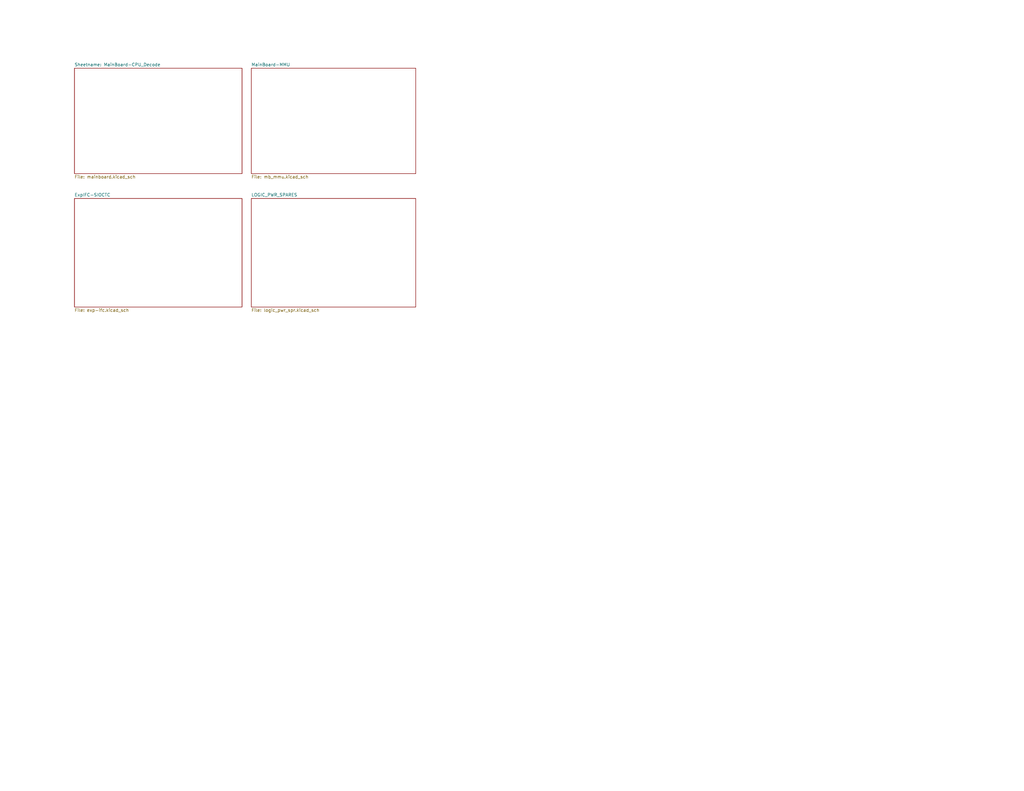
<source format=kicad_sch>
(kicad_sch
	(version 20250114)
	(generator "eeschema")
	(generator_version "9.0")
	(uuid "62236e9f-ef27-467c-852b-587c32c473f1")
	(paper "User" 419.1 323.85)
	(title_block
		(title "MicroSystem Z80 w/Front Panel & RC2014 Bus")
		(date "2025-09-22")
		(rev "v1.0")
		(company "SilkyDESIGN")
		(comment 1 "Copyright 2025 AESilky")
		(comment 3 "MicroSystem Z80 w/Front Panel & RC2014 Bus")
	)
	(lib_symbols)
	(sheet
		(at 30.48 27.94)
		(size 68.58 43.18)
		(exclude_from_sim no)
		(in_bom yes)
		(on_board yes)
		(dnp no)
		(fields_autoplaced yes)
		(stroke
			(width 0.1524)
			(type solid)
		)
		(fill
			(color 0 0 0 0.0000)
		)
		(uuid "48cc9b60-debe-432c-ac2c-bb1cba6b9068")
		(property "Sheetname" "MainBoard-CPU_Decode"
			(at 30.48 27.2284 0)
			(show_name yes)
			(effects
				(font
					(size 1.27 1.27)
				)
				(justify left bottom)
			)
		)
		(property "Sheetfile" "mainboard.kicad_sch"
			(at 30.48 71.7046 0)
			(effects
				(font
					(size 1.27 1.27)
				)
				(justify left top)
			)
		)
		(instances
			(project "SD-ZMB"
				(path "/62236e9f-ef27-467c-852b-587c32c473f1"
					(page "2")
				)
			)
		)
	)
	(sheet
		(at 102.87 81.28)
		(size 67.31 44.45)
		(exclude_from_sim no)
		(in_bom yes)
		(on_board yes)
		(dnp no)
		(fields_autoplaced yes)
		(stroke
			(width 0.1524)
			(type solid)
		)
		(fill
			(color 0 0 0 0.0000)
		)
		(uuid "4d930499-c077-45d5-a71c-439550a6ae18")
		(property "Sheetname" "LOGIC_PWR_SPARES"
			(at 102.87 80.5684 0)
			(effects
				(font
					(size 1.27 1.27)
				)
				(justify left bottom)
			)
		)
		(property "Sheetfile" "logic_pwr_spr.kicad_sch"
			(at 102.87 126.3146 0)
			(effects
				(font
					(size 1.27 1.27)
				)
				(justify left top)
			)
		)
		(instances
			(project "SD-ZMB"
				(path "/62236e9f-ef27-467c-852b-587c32c473f1"
					(page "5")
				)
			)
		)
	)
	(sheet
		(at 102.87 27.94)
		(size 67.31 43.18)
		(exclude_from_sim no)
		(in_bom yes)
		(on_board yes)
		(dnp no)
		(fields_autoplaced yes)
		(stroke
			(width 0.1524)
			(type solid)
		)
		(fill
			(color 0 0 0 0.0000)
		)
		(uuid "bb9ab308-7d5d-4300-8a15-41cecd214f6a")
		(property "Sheetname" "MainBoard-MMU"
			(at 102.87 27.2284 0)
			(effects
				(font
					(size 1.27 1.27)
				)
				(justify left bottom)
			)
		)
		(property "Sheetfile" "mb_mmu.kicad_sch"
			(at 102.87 71.7046 0)
			(effects
				(font
					(size 1.27 1.27)
				)
				(justify left top)
			)
		)
		(instances
			(project "SD-ZMB"
				(path "/62236e9f-ef27-467c-852b-587c32c473f1"
					(page "3")
				)
			)
		)
	)
	(sheet
		(at 30.48 81.28)
		(size 68.58 44.45)
		(exclude_from_sim no)
		(in_bom yes)
		(on_board yes)
		(dnp no)
		(fields_autoplaced yes)
		(stroke
			(width 0.1524)
			(type solid)
		)
		(fill
			(color 0 0 0 0.0000)
		)
		(uuid "c744ff77-26bb-4e1e-8dbf-a9eea5814d68")
		(property "Sheetname" "ExpIFC-SIOCTC"
			(at 30.48 80.5684 0)
			(effects
				(font
					(size 1.27 1.27)
				)
				(justify left bottom)
			)
		)
		(property "Sheetfile" "exp-ifc.kicad_sch"
			(at 30.48 126.3146 0)
			(effects
				(font
					(size 1.27 1.27)
				)
				(justify left top)
			)
		)
		(instances
			(project "SD-ZMB"
				(path "/62236e9f-ef27-467c-852b-587c32c473f1"
					(page "4")
				)
			)
		)
	)
	(sheet_instances
		(path "/"
			(page "1")
		)
	)
	(embedded_fonts no)
)

</source>
